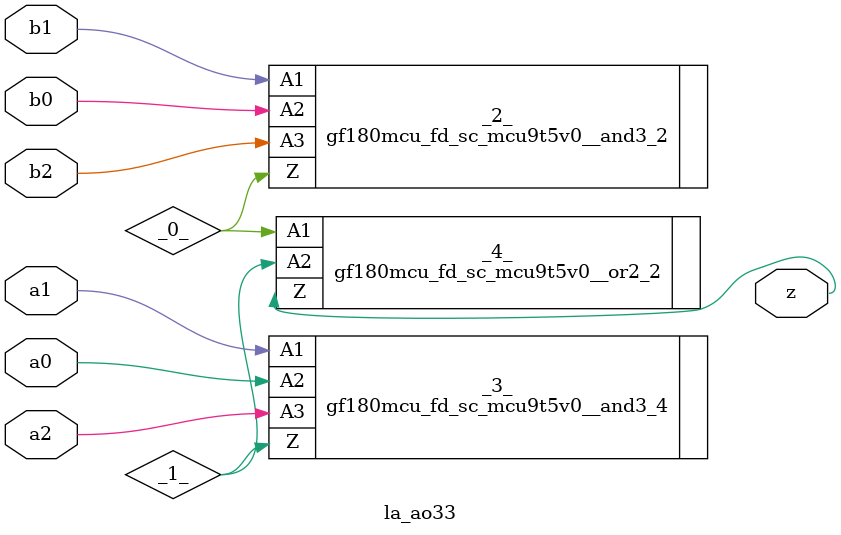
<source format=v>
/* Generated by Yosys 0.37 (git sha1 a5c7f69ed, clang 14.0.0-1ubuntu1.1 -fPIC -Os) */

module la_ao33(a0, a1, a2, b0, b1, b2, z);
  wire _0_;
  wire _1_;
  input a0;
  wire a0;
  input a1;
  wire a1;
  input a2;
  wire a2;
  input b0;
  wire b0;
  input b1;
  wire b1;
  input b2;
  wire b2;
  output z;
  wire z;
  gf180mcu_fd_sc_mcu9t5v0__and3_2 _2_ (
    .A1(b1),
    .A2(b0),
    .A3(b2),
    .Z(_0_)
  );
  gf180mcu_fd_sc_mcu9t5v0__and3_4 _3_ (
    .A1(a1),
    .A2(a0),
    .A3(a2),
    .Z(_1_)
  );
  gf180mcu_fd_sc_mcu9t5v0__or2_2 _4_ (
    .A1(_0_),
    .A2(_1_),
    .Z(z)
  );
endmodule

</source>
